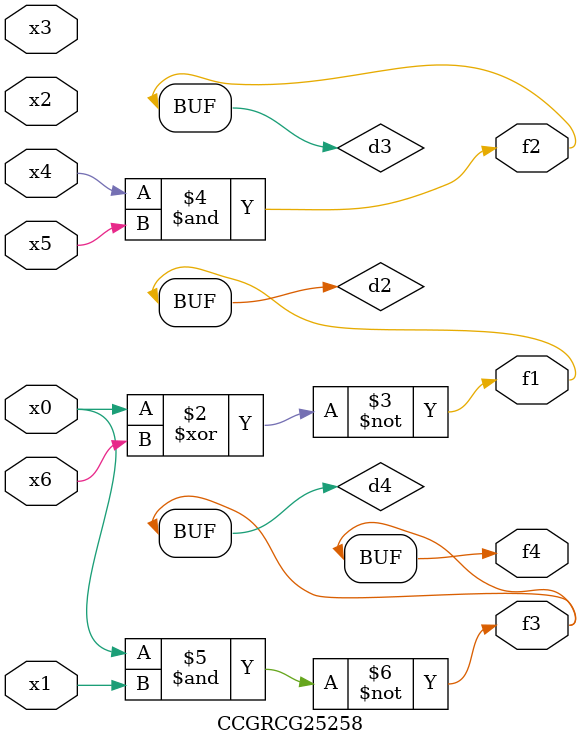
<source format=v>
module CCGRCG25258(
	input x0, x1, x2, x3, x4, x5, x6,
	output f1, f2, f3, f4
);

	wire d1, d2, d3, d4;

	nor (d1, x0);
	xnor (d2, x0, x6);
	and (d3, x4, x5);
	nand (d4, x0, x1);
	assign f1 = d2;
	assign f2 = d3;
	assign f3 = d4;
	assign f4 = d4;
endmodule

</source>
